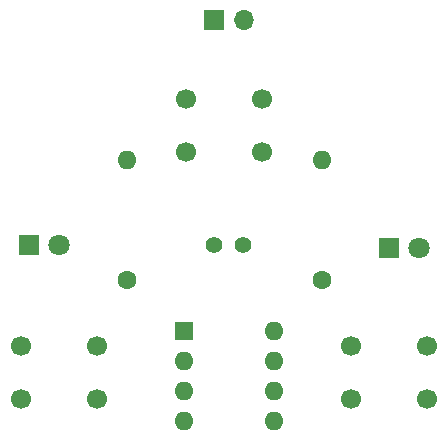
<source format=gbr>
%TF.GenerationSoftware,KiCad,Pcbnew,(6.0.7)*%
%TF.CreationDate,2022-09-30T10:00:21-04:00*%
%TF.ProjectId,proj_4,70726f6a-5f34-42e6-9b69-6361645f7063,V1*%
%TF.SameCoordinates,Original*%
%TF.FileFunction,Soldermask,Bot*%
%TF.FilePolarity,Negative*%
%FSLAX46Y46*%
G04 Gerber Fmt 4.6, Leading zero omitted, Abs format (unit mm)*
G04 Created by KiCad (PCBNEW (6.0.7)) date 2022-09-30 10:00:21*
%MOMM*%
%LPD*%
G01*
G04 APERTURE LIST*
%ADD10R,1.800000X1.800000*%
%ADD11C,1.800000*%
%ADD12R,1.700000X1.700000*%
%ADD13O,1.700000X1.700000*%
%ADD14C,1.700000*%
%ADD15R,1.600000X1.600000*%
%ADD16O,1.600000X1.600000*%
%ADD17C,1.600000*%
%ADD18C,1.400000*%
G04 APERTURE END LIST*
D10*
%TO.C,D1*%
X153030000Y-93345000D03*
D11*
X155570000Y-93345000D03*
%TD*%
D12*
%TO.C,BT1*%
X168676000Y-74270000D03*
D13*
X171216000Y-74270000D03*
%TD*%
D14*
%TO.C,SW1*%
X166295000Y-80935000D03*
X172795000Y-80935000D03*
X166295000Y-85435000D03*
X172795000Y-85435000D03*
%TD*%
D15*
%TO.C,U1*%
X166126000Y-100594000D03*
D16*
X166126000Y-103134000D03*
X166126000Y-105674000D03*
X166126000Y-108214000D03*
X173746000Y-108214000D03*
X173746000Y-105674000D03*
X173746000Y-103134000D03*
X173746000Y-100594000D03*
%TD*%
D14*
%TO.C,SW2*%
X152325000Y-101890000D03*
X158825000Y-101890000D03*
X152325000Y-106390000D03*
X158825000Y-106390000D03*
%TD*%
D10*
%TO.C,D2*%
X183510000Y-93599000D03*
D11*
X186050000Y-93599000D03*
%TD*%
D17*
%TO.C,R1*%
X161290000Y-96266000D03*
D16*
X161290000Y-86106000D03*
%TD*%
D17*
%TO.C,R2*%
X177800000Y-96266000D03*
D16*
X177800000Y-86106000D03*
%TD*%
D18*
%TO.C,C1*%
X168676000Y-93345000D03*
X171176000Y-93345000D03*
%TD*%
D14*
%TO.C,SW3*%
X180265000Y-101890000D03*
X186765000Y-101890000D03*
X180265000Y-106390000D03*
X186765000Y-106390000D03*
%TD*%
M02*

</source>
